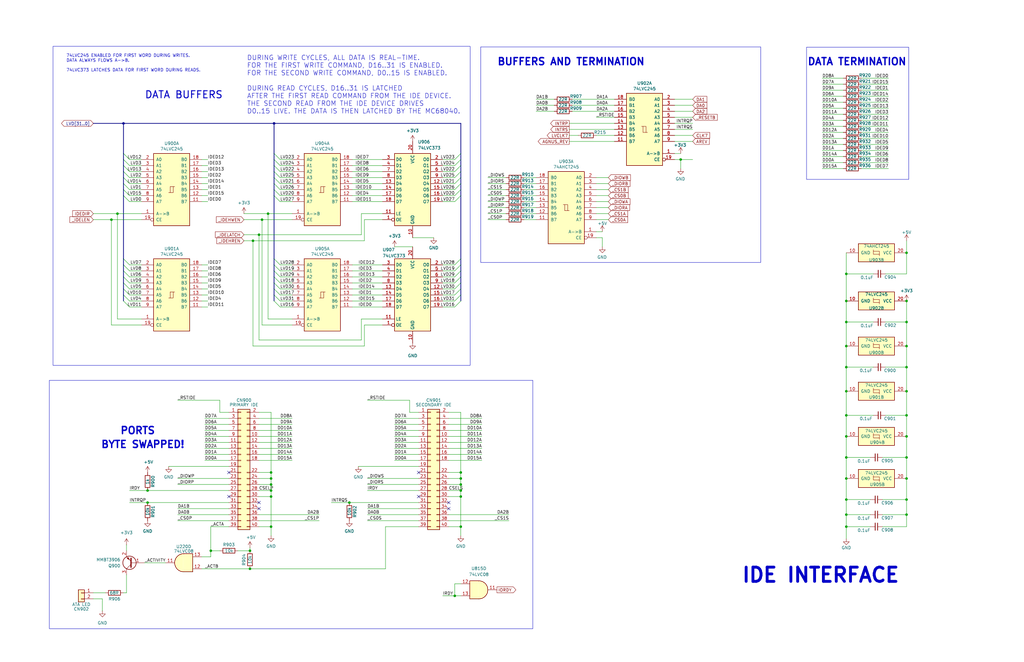
<source format=kicad_sch>
(kicad_sch (version 20231120) (generator "eeschema") (generator_version "8.0")
  (paper "B")
  (title_block (title "AMIGA PCI") (date "2025-01-10") (rev "5.0"))
  (junction (at 356.87 175.26))
  (junction (at 356.87 127))
  (junction (at 109.22 99.06))
  (junction (at 194.31 209.55))
  (junction (at 191.77 251.46))
  (junction (at 115.57 52.07))
  (junction (at 356.87 115.57))
  (junction (at 356.87 146.05))
  (junction (at 356.87 193.04))
  (junction (at 356.87 165.1))
  (junction (at 46.99 92.71))
  (junction (at 88.9 232.41))
  (junction (at 356.87 135.89))
  (junction (at 114.3 209.55))
  (junction (at 62.23 212.09))
  (junction (at 382.27 193.04))
  (junction (at 356.87 210.82))
  (junction (at 105.41 232.41))
  (junction (at 194.31 207.01))
  (junction (at 114.3 199.39))
  (junction (at 382.27 201.93))
  (junction (at 382.27 165.1))
  (junction (at 356.87 154.94))
  (junction (at 62.23 207.01))
  (junction (at 356.87 184.15))
  (junction (at 52.07 52.07))
  (junction (at 194.31 201.93))
  (junction (at 356.87 217.17))
  (junction (at 147.32 212.09))
  (junction (at 382.27 154.94))
  (junction (at 49.53 90.17))
  (junction (at 287.02 67.31))
  (junction (at 114.3 201.93))
  (junction (at 382.27 146.05))
  (junction (at 114.3 222.25))
  (junction (at 194.31 204.47))
  (junction (at 106.68 101.6))
  (junction (at 114.3 204.47))
  (junction (at 382.27 175.26))
  (junction (at 382.27 135.89))
  (junction (at 194.31 222.25))
  (junction (at 382.27 210.82))
  (junction (at 356.87 222.25))
  (junction (at 356.87 201.93))
  (junction (at 382.27 127))
  (junction (at 382.27 106.68))
  (junction (at 110.49 92.71))
  (junction (at 114.3 207.01))
  (junction (at 382.27 184.15))
  (junction (at 194.31 199.39))
  (junction (at 113.03 90.17))
  (junction (at 105.41 240.03))
  (junction (at 382.27 217.17))
  (no_connect (at 109.22 212.09))
  (no_connect (at 109.22 214.63))
  (no_connect (at 176.53 199.39))
  (no_connect (at 189.23 214.63))
  (no_connect (at 189.23 212.09))
  (no_connect (at 96.52 199.39))
  (no_connect (at 176.53 209.55))
  (no_connect (at 96.52 209.55))
  (bus_entry (at 194.31 121.92) (size -2.54 2.54))
  (bus_entry (at 194.31 114.3) (size -2.54 2.54))
  (bus_entry (at 115.57 80.01) (size 2.54 2.54))
  (bus_entry (at 194.31 119.38) (size -2.54 2.54))
  (bus_entry (at 194.31 64.77) (size -2.54 2.54))
  (bus_entry (at 52.07 127) (size 2.54 2.54))
  (bus_entry (at 115.57 124.46) (size 2.54 2.54))
  (bus_entry (at 194.31 116.84) (size -2.54 2.54))
  (bus_entry (at 115.57 82.55) (size 2.54 2.54))
  (bus_entry (at 52.07 72.39) (size 2.54 2.54))
  (bus_entry (at 52.07 114.3) (size 2.54 2.54))
  (bus_entry (at 52.07 121.92) (size 2.54 2.54))
  (bus_entry (at 52.07 119.38) (size 2.54 2.54))
  (bus_entry (at 194.31 67.31) (size -2.54 2.54))
  (bus_entry (at 115.57 127) (size 2.54 2.54))
  (bus_entry (at 115.57 116.84) (size 2.54 2.54))
  (bus_entry (at 52.07 77.47) (size 2.54 2.54))
  (bus_entry (at 194.31 74.93) (size -2.54 2.54))
  (bus_entry (at 115.57 121.92) (size 2.54 2.54))
  (bus_entry (at 52.07 111.76) (size 2.54 2.54))
  (bus_entry (at 194.31 109.22) (size -2.54 2.54))
  (bus_entry (at 52.07 64.77) (size 2.54 2.54))
  (bus_entry (at 115.57 119.38) (size 2.54 2.54))
  (bus_entry (at 194.31 72.39) (size -2.54 2.54))
  (bus_entry (at 115.57 72.39) (size 2.54 2.54))
  (bus_entry (at 115.57 64.77) (size 2.54 2.54))
  (bus_entry (at 194.31 69.85) (size -2.54 2.54))
  (bus_entry (at 115.57 77.47) (size 2.54 2.54))
  (bus_entry (at 115.57 69.85) (size 2.54 2.54))
  (bus_entry (at 115.57 74.93) (size 2.54 2.54))
  (bus_entry (at 115.57 114.3) (size 2.54 2.54))
  (bus_entry (at 194.31 77.47) (size -2.54 2.54))
  (bus_entry (at 52.07 109.22) (size 2.54 2.54))
  (bus_entry (at 194.31 127) (size -2.54 2.54))
  (bus_entry (at 194.31 124.46) (size -2.54 2.54))
  (bus_entry (at 52.07 116.84) (size 2.54 2.54))
  (bus_entry (at 52.07 67.31) (size 2.54 2.54))
  (bus_entry (at 52.07 74.93) (size 2.54 2.54))
  (bus_entry (at 52.07 80.01) (size 2.54 2.54))
  (bus_entry (at 115.57 67.31) (size 2.54 2.54))
  (bus_entry (at 194.31 82.55) (size -2.54 2.54))
  (bus_entry (at 194.31 111.76) (size -2.54 2.54))
  (bus_entry (at 52.07 82.55) (size 2.54 2.54))
  (bus_entry (at 194.31 80.01) (size -2.54 2.54))
  (bus_entry (at 52.07 124.46) (size 2.54 2.54))
  (bus_entry (at 115.57 109.22) (size 2.54 2.54))
  (bus_entry (at 115.57 111.76) (size 2.54 2.54))
  (bus_entry (at 52.07 69.85) (size 2.54 2.54))
  (wire (pts (xy 363.22 33.02) (xy 374.65 33.02)))
  (wire (pts (xy 251.46 49.53) (xy 259.08 49.53)))
  (wire (pts (xy 118.11 127) (xy 123.19 127)))
  (wire (pts (xy 54.61 74.93) (xy 59.69 74.93)))
  (wire (pts (xy 191.77 127) (xy 186.69 127)))
  (wire (pts (xy 241.3 46.99) (xy 259.08 46.99)))
  (wire (pts (xy 220.98 85.09) (xy 226.06 85.09)))
  (wire (pts (xy 86.36 189.23) (xy 96.52 189.23)))
  (wire (pts (xy 220.98 74.93) (xy 226.06 74.93)))
  (wire (pts (xy 189.23 191.77) (xy 203.2 191.77)))
  (wire (pts (xy 54.61 72.39) (xy 59.69 72.39)))
  (bus (pts (xy 52.07 52.07) (xy 39.37 52.07)))
  (wire (pts (xy 382.27 154.94) (xy 382.27 165.1)))
  (wire (pts (xy 54.61 119.38) (xy 59.69 119.38)))
  (wire (pts (xy 87.63 67.31) (xy 85.09 67.31)))
  (wire (pts (xy 191.77 69.85) (xy 186.69 69.85)))
  (wire (pts (xy 356.87 227.33) (xy 356.87 222.25)))
  (wire (pts (xy 118.11 69.85) (xy 123.19 69.85)))
  (wire (pts (xy 151.13 196.85) (xy 176.53 196.85)))
  (wire (pts (xy 87.63 72.39) (xy 85.09 72.39)))
  (bus (pts (xy 194.31 111.76) (xy 194.31 114.3)))
  (wire (pts (xy 240.03 52.07) (xy 259.08 52.07)))
  (wire (pts (xy 49.53 134.62) (xy 59.69 134.62)))
  (wire (pts (xy 382.27 115.57) (xy 373.38 115.57)))
  (wire (pts (xy 87.63 69.85) (xy 85.09 69.85)))
  (wire (pts (xy 363.22 38.1) (xy 374.65 38.1)))
  (wire (pts (xy 251.46 85.09) (xy 256.54 85.09)))
  (wire (pts (xy 86.36 176.53) (xy 96.52 176.53)))
  (wire (pts (xy 356.87 217.17) (xy 356.87 210.82)))
  (wire (pts (xy 226.06 46.99) (xy 233.68 46.99)))
  (bus (pts (xy 115.57 77.47) (xy 115.57 74.93)))
  (bus (pts (xy 194.31 114.3) (xy 194.31 116.84)))
  (wire (pts (xy 173.99 100.33) (xy 182.88 100.33)))
  (bus (pts (xy 115.57 124.46) (xy 115.57 127)))
  (wire (pts (xy 372.11 210.82) (xy 382.27 210.82)))
  (wire (pts (xy 241.3 44.45) (xy 259.08 44.45)))
  (bus (pts (xy 52.07 64.77) (xy 52.07 52.07)))
  (wire (pts (xy 87.63 116.84) (xy 85.09 116.84)))
  (bus (pts (xy 115.57 82.55) (xy 115.57 109.22)))
  (wire (pts (xy 74.93 219.71) (xy 96.52 219.71)))
  (wire (pts (xy 102.87 90.17) (xy 113.03 90.17)))
  (wire (pts (xy 356.87 201.93) (xy 356.87 210.82)))
  (wire (pts (xy 368.3 135.89) (xy 356.87 135.89)))
  (wire (pts (xy 346.71 35.56) (xy 355.6 35.56)))
  (bus (pts (xy 52.07 52.07) (xy 115.57 52.07)))
  (wire (pts (xy 118.11 74.93) (xy 123.19 74.93)))
  (bus (pts (xy 115.57 69.85) (xy 115.57 67.31)))
  (wire (pts (xy 284.48 54.61) (xy 292.1 54.61)))
  (wire (pts (xy 86.36 181.61) (xy 96.52 181.61)))
  (wire (pts (xy 363.22 40.64) (xy 374.65 40.64)))
  (wire (pts (xy 189.23 176.53) (xy 203.2 176.53)))
  (wire (pts (xy 191.77 85.09) (xy 186.69 85.09)))
  (wire (pts (xy 118.11 80.01) (xy 123.19 80.01)))
  (wire (pts (xy 205.74 77.47) (xy 213.36 77.47)))
  (wire (pts (xy 88.9 222.25) (xy 96.52 222.25)))
  (wire (pts (xy 118.11 124.46) (xy 123.19 124.46)))
  (wire (pts (xy 96.52 173.99) (xy 92.71 173.99)))
  (wire (pts (xy 191.77 246.38) (xy 191.77 251.46)))
  (wire (pts (xy 191.77 116.84) (xy 186.69 116.84)))
  (wire (pts (xy 166.37 184.15) (xy 176.53 184.15)))
  (wire (pts (xy 109.22 209.55) (xy 114.3 209.55)))
  (wire (pts (xy 382.27 146.05) (xy 382.27 154.94)))
  (wire (pts (xy 86.36 179.07) (xy 96.52 179.07)))
  (bus (pts (xy 115.57 114.3) (xy 115.57 116.84)))
  (wire (pts (xy 113.03 134.62) (xy 113.03 90.17)))
  (wire (pts (xy 148.59 119.38) (xy 161.29 119.38)))
  (bus (pts (xy 52.07 109.22) (xy 52.07 111.76)))
  (wire (pts (xy 109.22 201.93) (xy 114.3 201.93)))
  (wire (pts (xy 54.61 77.47) (xy 59.69 77.47)))
  (wire (pts (xy 39.37 252.73) (xy 43.18 252.73)))
  (wire (pts (xy 86.36 186.69) (xy 96.52 186.69)))
  (wire (pts (xy 114.3 209.55) (xy 114.3 222.25)))
  (wire (pts (xy 49.53 90.17) (xy 59.69 90.17)))
  (wire (pts (xy 109.22 184.15) (xy 123.19 184.15)))
  (wire (pts (xy 166.37 104.14) (xy 173.99 104.14)))
  (wire (pts (xy 152.4 99.06) (xy 109.22 99.06)))
  (wire (pts (xy 251.46 74.93) (xy 256.54 74.93)))
  (wire (pts (xy 54.61 114.3) (xy 59.69 114.3)))
  (wire (pts (xy 284.48 41.91) (xy 292.1 41.91)))
  (wire (pts (xy 148.59 129.54) (xy 161.29 129.54)))
  (wire (pts (xy 148.59 111.76) (xy 161.29 111.76)))
  (wire (pts (xy 71.12 196.85) (xy 96.52 196.85)))
  (wire (pts (xy 109.22 173.99) (xy 114.3 173.99)))
  (wire (pts (xy 356.87 106.68) (xy 356.87 115.57)))
  (wire (pts (xy 346.71 66.04) (xy 355.6 66.04)))
  (wire (pts (xy 118.11 67.31) (xy 123.19 67.31)))
  (bus (pts (xy 52.07 74.93) (xy 52.07 72.39)))
  (wire (pts (xy 382.27 101.6) (xy 382.27 106.68)))
  (wire (pts (xy 363.22 50.8) (xy 374.65 50.8)))
  (bus (pts (xy 52.07 69.85) (xy 52.07 67.31)))
  (wire (pts (xy 161.29 134.62) (xy 152.4 134.62)))
  (wire (pts (xy 166.37 194.31) (xy 176.53 194.31)))
  (wire (pts (xy 189.23 201.93) (xy 194.31 201.93)))
  (wire (pts (xy 161.29 137.16) (xy 153.67 137.16)))
  (wire (pts (xy 346.71 45.72) (xy 355.6 45.72)))
  (wire (pts (xy 189.23 179.07) (xy 203.2 179.07)))
  (wire (pts (xy 191.77 74.93) (xy 186.69 74.93)))
  (wire (pts (xy 74.93 204.47) (xy 96.52 204.47)))
  (wire (pts (xy 153.67 146.05) (xy 106.68 146.05)))
  (wire (pts (xy 86.36 184.15) (xy 96.52 184.15)))
  (wire (pts (xy 251.46 97.79) (xy 254 97.79)))
  (wire (pts (xy 59.69 137.16) (xy 46.99 137.16)))
  (bus (pts (xy 52.07 82.55) (xy 52.07 80.01)))
  (bus (pts (xy 194.31 119.38) (xy 194.31 121.92)))
  (wire (pts (xy 382.27 193.04) (xy 382.27 201.93)))
  (wire (pts (xy 106.68 101.6) (xy 153.67 101.6)))
  (wire (pts (xy 54.61 121.92) (xy 59.69 121.92)))
  (bus (pts (xy 115.57 67.31) (xy 115.57 64.77)))
  (wire (pts (xy 109.22 194.31) (xy 123.19 194.31)))
  (wire (pts (xy 85.09 240.03) (xy 105.41 240.03)))
  (bus (pts (xy 115.57 119.38) (xy 115.57 121.92)))
  (wire (pts (xy 109.22 99.06) (xy 102.87 99.06)))
  (bus (pts (xy 194.31 121.92) (xy 194.31 124.46)))
  (bus (pts (xy 194.31 82.55) (xy 194.31 109.22)))
  (wire (pts (xy 189.23 189.23) (xy 203.2 189.23)))
  (wire (pts (xy 118.11 114.3) (xy 123.19 114.3)))
  (wire (pts (xy 226.06 41.91) (xy 233.68 41.91)))
  (wire (pts (xy 100.33 232.41) (xy 105.41 232.41)))
  (wire (pts (xy 105.41 240.03) (xy 162.56 240.03)))
  (wire (pts (xy 191.77 111.76) (xy 186.69 111.76)))
  (wire (pts (xy 148.59 77.47) (xy 161.29 77.47)))
  (wire (pts (xy 205.74 82.55) (xy 213.36 82.55)))
  (wire (pts (xy 346.71 33.02) (xy 355.6 33.02)))
  (wire (pts (xy 166.37 186.69) (xy 176.53 186.69)))
  (wire (pts (xy 191.77 82.55) (xy 186.69 82.55)))
  (wire (pts (xy 240.03 57.15) (xy 243.84 57.15)))
  (wire (pts (xy 166.37 189.23) (xy 176.53 189.23)))
  (wire (pts (xy 153.67 137.16) (xy 153.67 146.05)))
  (wire (pts (xy 194.31 207.01) (xy 194.31 209.55)))
  (wire (pts (xy 109.22 181.61) (xy 123.19 181.61)))
  (wire (pts (xy 372.11 217.17) (xy 382.27 217.17)))
  (wire (pts (xy 356.87 146.05) (xy 356.87 154.94)))
  (wire (pts (xy 292.1 67.31) (xy 287.02 67.31)))
  (wire (pts (xy 148.59 85.09) (xy 161.29 85.09)))
  (wire (pts (xy 162.56 222.25) (xy 176.53 222.25)))
  (wire (pts (xy 166.37 181.61) (xy 176.53 181.61)))
  (wire (pts (xy 152.4 134.62) (xy 152.4 143.51)))
  (wire (pts (xy 118.11 119.38) (xy 123.19 119.38)))
  (wire (pts (xy 54.61 111.76) (xy 59.69 111.76)))
  (wire (pts (xy 60.96 237.49) (xy 69.85 237.49)))
  (wire (pts (xy 118.11 72.39) (xy 123.19 72.39)))
  (wire (pts (xy 87.63 111.76) (xy 85.09 111.76)))
  (wire (pts (xy 87.63 129.54) (xy 85.09 129.54)))
  (wire (pts (xy 191.77 124.46) (xy 186.69 124.46)))
  (wire (pts (xy 194.31 222.25) (xy 194.31 226.06)))
  (wire (pts (xy 43.18 252.73) (xy 43.18 257.81)))
  (wire (pts (xy 382.27 201.93) (xy 382.27 210.82)))
  (wire (pts (xy 205.74 85.09) (xy 213.36 85.09)))
  (wire (pts (xy 284.48 46.99) (xy 292.1 46.99)))
  (wire (pts (xy 54.61 207.01) (xy 62.23 207.01)))
  (wire (pts (xy 148.59 124.46) (xy 161.29 124.46)))
  (wire (pts (xy 363.22 71.12) (xy 374.65 71.12)))
  (bus (pts (xy 194.31 80.01) (xy 194.31 77.47)))
  (wire (pts (xy 284.48 44.45) (xy 292.1 44.45)))
  (wire (pts (xy 240.03 59.69) (xy 259.08 59.69)))
  (bus (pts (xy 52.07 114.3) (xy 52.07 116.84)))
  (wire (pts (xy 105.41 231.14) (xy 105.41 232.41)))
  (wire (pts (xy 54.61 116.84) (xy 59.69 116.84)))
  (wire (pts (xy 88.9 234.95) (xy 88.9 232.41)))
  (bus (pts (xy 52.07 124.46) (xy 52.07 127)))
  (wire (pts (xy 251.46 87.63) (xy 256.54 87.63)))
  (wire (pts (xy 74.93 214.63) (xy 96.52 214.63)))
  (bus (pts (xy 52.07 116.84) (xy 52.07 119.38)))
  (bus (pts (xy 194.31 109.22) (xy 194.31 111.76)))
  (wire (pts (xy 284.48 52.07) (xy 292.1 52.07)))
  (wire (pts (xy 382.27 184.15) (xy 382.27 193.04)))
  (wire (pts (xy 363.22 43.18) (xy 374.65 43.18)))
  (wire (pts (xy 153.67 101.6) (xy 153.67 92.71)))
  (wire (pts (xy 53.34 229.87) (xy 53.34 232.41)))
  (wire (pts (xy 382.27 106.68) (xy 382.27 115.57)))
  (wire (pts (xy 284.48 64.77) (xy 287.02 64.77)))
  (wire (pts (xy 346.71 53.34) (xy 355.6 53.34)))
  (wire (pts (xy 356.87 127) (xy 356.87 135.89)))
  (wire (pts (xy 54.61 127) (xy 59.69 127)))
  (wire (pts (xy 154.94 201.93) (xy 176.53 201.93)))
  (wire (pts (xy 74.93 201.93) (xy 96.52 201.93)))
  (wire (pts (xy 166.37 179.07) (xy 176.53 179.07)))
  (wire (pts (xy 194.31 246.38) (xy 191.77 246.38)))
  (wire (pts (xy 373.38 175.26) (xy 382.27 175.26)))
  (wire (pts (xy 346.71 40.64) (xy 355.6 40.64)))
  (wire (pts (xy 346.71 58.42) (xy 355.6 58.42)))
  (wire (pts (xy 191.77 114.3) (xy 186.69 114.3)))
  (wire (pts (xy 356.87 115.57) (xy 356.87 127)))
  (bus (pts (xy 115.57 80.01) (xy 115.57 77.47)))
  (wire (pts (xy 154.94 168.91) (xy 172.72 168.91)))
  (wire (pts (xy 152.4 143.51) (xy 109.22 143.51)))
  (bus (pts (xy 194.31 116.84) (xy 194.31 119.38)))
  (wire (pts (xy 367.03 210.82) (xy 356.87 210.82)))
  (wire (pts (xy 191.77 72.39) (xy 186.69 72.39)))
  (wire (pts (xy 205.74 90.17) (xy 213.36 90.17)))
  (bus (pts (xy 115.57 111.76) (xy 115.57 114.3)))
  (wire (pts (xy 189.23 184.15) (xy 203.2 184.15)))
  (wire (pts (xy 109.22 207.01) (xy 114.3 207.01)))
  (wire (pts (xy 346.71 60.96) (xy 355.6 60.96)))
  (wire (pts (xy 241.3 41.91) (xy 259.08 41.91)))
  (wire (pts (xy 363.22 53.34) (xy 374.65 53.34)))
  (wire (pts (xy 54.61 85.09) (xy 59.69 85.09)))
  (wire (pts (xy 52.07 250.19) (xy 53.34 250.19)))
  (wire (pts (xy 148.59 127) (xy 161.29 127)))
  (bus (pts (xy 194.31 82.55) (xy 194.31 80.01)))
  (wire (pts (xy 189.23 207.01) (xy 194.31 207.01)))
  (wire (pts (xy 62.23 212.09) (xy 96.52 212.09)))
  (bus (pts (xy 115.57 52.07) (xy 194.31 52.07)))
  (wire (pts (xy 87.63 82.55) (xy 85.09 82.55)))
  (wire (pts (xy 356.87 154.94) (xy 356.87 165.1)))
  (wire (pts (xy 189.23 186.69) (xy 203.2 186.69)))
  (wire (pts (xy 154.94 219.71) (xy 176.53 219.71)))
  (wire (pts (xy 114.3 201.93) (xy 114.3 204.47)))
  (wire (pts (xy 109.22 186.69) (xy 123.19 186.69)))
  (wire (pts (xy 87.63 80.01) (xy 85.09 80.01)))
  (wire (pts (xy 189.23 199.39) (xy 194.31 199.39)))
  (wire (pts (xy 205.74 92.71) (xy 213.36 92.71)))
  (wire (pts (xy 114.3 204.47) (xy 114.3 207.01)))
  (wire (pts (xy 152.4 90.17) (xy 152.4 99.06)))
  (wire (pts (xy 54.61 67.31) (xy 59.69 67.31)))
  (bus (pts (xy 115.57 64.77) (xy 115.57 52.07)))
  (wire (pts (xy 110.49 137.16) (xy 110.49 92.71)))
  (wire (pts (xy 363.22 55.88) (xy 374.65 55.88)))
  (bus (pts (xy 194.31 72.39) (xy 194.31 69.85)))
  (wire (pts (xy 87.63 127) (xy 85.09 127)))
  (wire (pts (xy 154.94 214.63) (xy 176.53 214.63)))
  (bus (pts (xy 194.31 74.93) (xy 194.31 72.39)))
  (wire (pts (xy 191.77 67.31) (xy 186.69 67.31)))
  (wire (pts (xy 346.71 55.88) (xy 355.6 55.88)))
  (wire (pts (xy 54.61 124.46) (xy 59.69 124.46)))
  (wire (pts (xy 382.27 127) (xy 382.27 135.89)))
  (wire (pts (xy 92.71 173.99) (xy 92.71 168.91)))
  (wire (pts (xy 346.71 63.5) (xy 355.6 63.5)))
  (wire (pts (xy 284.48 57.15) (xy 292.1 57.15)))
  (wire (pts (xy 346.71 71.12) (xy 355.6 71.12)))
  (wire (pts (xy 189.23 209.55) (xy 194.31 209.55)))
  (wire (pts (xy 114.3 207.01) (xy 114.3 209.55)))
  (wire (pts (xy 118.11 121.92) (xy 123.19 121.92)))
  (wire (pts (xy 53.34 250.19) (xy 53.34 242.57)))
  (wire (pts (xy 284.48 59.69) (xy 292.1 59.69)))
  (wire (pts (xy 39.37 92.71) (xy 46.99 92.71)))
  (wire (pts (xy 346.71 38.1) (xy 355.6 38.1)))
  (wire (pts (xy 46.99 137.16) (xy 46.99 92.71)))
  (bus (pts (xy 194.31 77.47) (xy 194.31 74.93)))
  (bus (pts (xy 194.31 67.31) (xy 194.31 64.77)))
  (wire (pts (xy 363.22 68.58) (xy 374.65 68.58)))
  (wire (pts (xy 346.71 68.58) (xy 355.6 68.58)))
  (wire (pts (xy 194.31 199.39) (xy 194.31 201.93)))
  (wire (pts (xy 382.27 217.17) (xy 382.27 222.25)))
  (wire (pts (xy 139.7 212.09) (xy 147.32 212.09)))
  (bus (pts (xy 52.07 72.39) (xy 52.07 69.85)))
  (wire (pts (xy 363.22 35.56) (xy 374.65 35.56)))
  (wire (pts (xy 148.59 67.31) (xy 161.29 67.31)))
  (bus (pts (xy 52.07 111.76) (xy 52.07 114.3)))
  (bus (pts (xy 52.07 82.55) (xy 52.07 109.22)))
  (wire (pts (xy 114.3 173.99) (xy 114.3 199.39)))
  (wire (pts (xy 85.09 234.95) (xy 88.9 234.95)))
  (wire (pts (xy 109.22 222.25) (xy 114.3 222.25)))
  (wire (pts (xy 382.27 175.26) (xy 382.27 184.15)))
  (wire (pts (xy 109.22 176.53) (xy 123.19 176.53)))
  (wire (pts (xy 62.23 207.01) (xy 96.52 207.01)))
  (wire (pts (xy 87.63 85.09) (xy 85.09 85.09)))
  (wire (pts (xy 113.03 90.17) (xy 123.19 90.17)))
  (wire (pts (xy 191.77 77.47) (xy 186.69 77.47)))
  (wire (pts (xy 226.06 44.45) (xy 233.68 44.45)))
  (wire (pts (xy 363.22 66.04) (xy 374.65 66.04)))
  (wire (pts (xy 109.22 204.47) (xy 114.3 204.47)))
  (wire (pts (xy 87.63 124.46) (xy 85.09 124.46)))
  (wire (pts (xy 220.98 77.47) (xy 226.06 77.47)))
  (wire (pts (xy 363.22 60.96) (xy 374.65 60.96)))
  (bus (pts (xy 52.07 77.47) (xy 52.07 74.93)))
  (wire (pts (xy 114.3 222.25) (xy 114.3 226.06)))
  (wire (pts (xy 118.11 111.76) (xy 123.19 111.76)))
  (wire (pts (xy 382.27 135.89) (xy 373.38 135.89)))
  (wire (pts (xy 118.11 77.47) (xy 123.19 77.47)))
  (wire (pts (xy 54.61 69.85) (xy 59.69 69.85)))
  (wire (pts (xy 220.98 92.71) (xy 226.06 92.71)))
  (wire (pts (xy 373.38 154.94) (xy 382.27 154.94)))
  (wire (pts (xy 148.59 80.01) (xy 161.29 80.01)))
  (wire (pts (xy 220.98 87.63) (xy 226.06 87.63)))
  (wire (pts (xy 109.22 179.07) (xy 123.19 179.07)))
  (wire (pts (xy 368.3 154.94) (xy 356.87 154.94)))
  (bus (pts (xy 194.31 124.46) (xy 194.31 127)))
  (wire (pts (xy 118.11 129.54) (xy 123.19 129.54)))
  (wire (pts (xy 367.03 222.25) (xy 356.87 222.25)))
  (wire (pts (xy 220.98 82.55) (xy 226.06 82.55)))
  (wire (pts (xy 191.77 251.46) (xy 194.31 251.46)))
  (wire (pts (xy 191.77 80.01) (xy 186.69 80.01)))
  (wire (pts (xy 87.63 114.3) (xy 85.09 114.3)))
  (bus (pts (xy 52.07 67.31) (xy 52.07 64.77)))
  (wire (pts (xy 220.98 80.01) (xy 226.06 80.01)))
  (wire (pts (xy 205.74 87.63) (xy 213.36 87.63)))
  (wire (pts (xy 220.98 90.17) (xy 226.06 90.17)))
  (wire (pts (xy 205.74 80.01) (xy 213.36 80.01)))
  (wire (pts (xy 287.02 67.31) (xy 284.48 67.31)))
  (bus (pts (xy 115.57 121.92) (xy 115.57 124.46)))
  (bus (pts (xy 115.57 82.55) (xy 115.57 80.01)))
  (wire (pts (xy 46.99 92.71) (xy 59.69 92.71)))
  (wire (pts (xy 87.63 119.38) (xy 85.09 119.38)))
  (wire (pts (xy 109.22 143.51) (xy 109.22 99.06)))
  (wire (pts (xy 189.23 204.47) (xy 194.31 204.47)))
  (wire (pts (xy 154.94 217.17) (xy 176.53 217.17)))
  (wire (pts (xy 162.56 240.03) (xy 162.56 222.25)))
  (wire (pts (xy 110.49 92.71) (xy 123.19 92.71)))
  (wire (pts (xy 189.23 173.99) (xy 194.31 173.99)))
  (bus (pts (xy 52.07 80.01) (xy 52.07 77.47)))
  (wire (pts (xy 382.27 135.89) (xy 382.27 146.05)))
  (wire (pts (xy 251.46 90.17) (xy 256.54 90.17)))
  (wire (pts (xy 189.23 181.61) (xy 203.2 181.61)))
  (bus (pts (xy 52.07 119.38) (xy 52.07 121.92)))
  (wire (pts (xy 191.77 119.38) (xy 186.69 119.38)))
  (wire (pts (xy 363.22 45.72) (xy 374.65 45.72)))
  (wire (pts (xy 147.32 212.09) (xy 176.53 212.09)))
  (wire (pts (xy 356.87 222.25) (xy 356.87 217.17)))
  (wire (pts (xy 194.31 204.47) (xy 194.31 207.01)))
  (wire (pts (xy 123.19 137.16) (xy 110.49 137.16)))
  (bus (pts (xy 115.57 72.39) (xy 115.57 69.85)))
  (wire (pts (xy 87.63 77.47) (xy 85.09 77.47)))
  (wire (pts (xy 363.22 58.42) (xy 374.65 58.42)))
  (wire (pts (xy 356.87 175.26) (xy 356.87 184.15)))
  (wire (pts (xy 382.27 210.82) (xy 382.27 217.17)))
  (wire (pts (xy 109.22 217.17) (xy 134.62 217.17)))
  (wire (pts (xy 240.03 54.61) (xy 259.08 54.61)))
  (wire (pts (xy 166.37 176.53) (xy 176.53 176.53)))
  (wire (pts (xy 194.31 173.99) (xy 194.31 199.39)))
  (wire (pts (xy 356.87 135.89) (xy 356.87 146.05)))
  (wire (pts (xy 251.46 77.47) (xy 256.54 77.47)))
  (wire (pts (xy 356.87 184.15) (xy 356.87 193.04)))
  (wire (pts (xy 189.23 222.25) (xy 194.31 222.25)))
  (wire (pts (xy 113.03 134.62) (xy 123.19 134.62)))
  (wire (pts (xy 189.23 217.17) (xy 214.63 217.17)))
  (wire (pts (xy 109.22 191.77) (xy 123.19 191.77)))
  (wire (pts (xy 172.72 173.99) (xy 172.72 168.91)))
  (wire (pts (xy 106.68 146.05) (xy 106.68 101.6)))
  (wire (pts (xy 367.03 217.17) (xy 356.87 217.17)))
  (wire (pts (xy 86.36 191.77) (xy 96.52 191.77)))
  (wire (pts (xy 109.22 199.39) (xy 114.3 199.39)))
  (wire (pts (xy 194.31 209.55) (xy 194.31 222.25)))
  (wire (pts (xy 166.37 191.77) (xy 176.53 191.77)))
  (wire (pts (xy 86.36 194.31) (xy 96.52 194.31)))
  (wire (pts (xy 194.31 201.93) (xy 194.31 204.47)))
  (wire (pts (xy 87.63 121.92) (xy 85.09 121.92)))
  (wire (pts (xy 39.37 250.19) (xy 44.45 250.19)))
  (wire (pts (xy 372.11 193.04) (xy 382.27 193.04)))
  (wire (pts (xy 251.46 92.71) (xy 256.54 92.71)))
  (wire (pts (xy 363.22 48.26) (xy 374.65 48.26)))
  (wire (pts (xy 186.69 251.46) (xy 191.77 251.46)))
  (wire (pts (xy 118.11 116.84) (xy 123.19 116.84)))
  (wire (pts (xy 109.22 189.23) (xy 123.19 189.23)))
  (wire (pts (xy 205.74 74.93) (xy 213.36 74.93)))
  (wire (pts (xy 356.87 165.1) (xy 356.87 175.26)))
  (wire (pts (xy 346.71 50.8) (xy 355.6 50.8)))
  (wire (pts (xy 382.27 165.1) (xy 382.27 175.26)))
  (wire (pts (xy 189.23 194.31) (xy 203.2 194.31)))
  (wire (pts (xy 118.11 85.09) (xy 123.19 85.09)))
  (wire (pts (xy 189.23 219.71) (xy 214.63 219.71)))
  (wire (pts (xy 148.59 82.55) (xy 161.29 82.55)))
  (wire (pts (xy 88.9 232.41) (xy 88.9 222.25)))
  (wire (pts (xy 148.59 72.39) (xy 161.29 72.39)))
  (bus (pts (xy 115.57 109.22) (xy 115.57 111.76)))
  (wire (pts (xy 154.94 204.47) (xy 176.53 204.47)))
  (wire (pts (xy 54.61 129.54) (xy 59.69 129.54)))
  (wire (pts (xy 148.59 114.3) (xy 161.29 114.3)))
  (wire (pts (xy 102.87 92.71) (xy 110.49 92.71)))
  (wire (pts (xy 363.22 63.5) (xy 374.65 63.5)))
  (wire (pts (xy 372.11 222.25) (xy 382.27 222.25)))
  (wire (pts (xy 88.9 232.41) (xy 92.71 232.41)))
  (wire (pts (xy 367.03 193.04) (xy 356.87 193.04)))
  (wire (pts (xy 153.67 92.71) (xy 161.29 92.71)))
  (wire (pts (xy 54.61 212.09) (xy 62.23 212.09)))
  (bus (pts (xy 52.07 121.92) (xy 52.07 124.46)))
  (bus (pts (xy 115.57 74.93) (xy 115.57 72.39)))
  (wire (pts (xy 287.02 67.31) (xy 287.02 71.12)))
  (wire (pts (xy 154.94 207.01) (xy 176.53 207.01)))
  (wire (pts (xy 368.3 175.26) (xy 356.87 175.26)))
  (wire (pts (xy 161.29 90.17) (xy 152.4 90.17)))
  (wire (pts (xy 148.59 74.93) (xy 161.29 74.93)))
  (wire (pts (xy 346.71 48.26) (xy 355.6 48.26)))
  (wire (pts (xy 148.59 121.92) (xy 161.29 121.92)))
  (wire (pts (xy 109.22 219.71) (xy 134.62 219.71)))
  (wire (pts (xy 254 100.33) (xy 251.46 100.33)))
  (wire (pts (xy 346.71 43.18) (xy 355.6 43.18)))
  (wire (pts (xy 356.87 193.04) (xy 356.87 201.93)))
  (bus (pts (xy 194.31 69.85) (xy 194.31 67.31)))
  (wire (pts (xy 284.48 49.53) (xy 292.1 49.53)))
  (wire (pts (xy 148.59 69.85) (xy 161.29 69.85)))
  (wire (pts (xy 39.37 90.17) (xy 49.53 90.17)))
  (wire (pts (xy 54.61 82.55) (xy 59.69 82.55)))
  (wire (pts (xy 191.77 121.92) (xy 186.69 121.92)))
  (wire (pts (xy 118.11 82.55) (xy 123.19 82.55)))
  (bus (pts (xy 115.57 116.84) (xy 115.57 119.38)))
  (wire (pts (xy 114.3 199.39) (xy 114.3 201.93)))
  (wire (pts (xy 74.93 168.91) (xy 92.71 168.91)))
  (wire (pts (xy 251.46 82.55) (xy 256.54 82.55)))
  (wire (pts (xy 254 100.33) (xy 254 104.14)))
  (wire (pts (xy 176.53 173.99) (xy 172.72 173.99)))
  (wire (pts (xy 54.61 80.01) (xy 59.69 80.01)))
  (wire (pts (xy 74.93 217.17) (xy 96.52 217.17)))
  (wire (pts (xy 49.53 134.62) (xy 49.53 90.17)))
  (wire (pts (xy 251.46 80.01) (xy 256.54 80.01)))
  (wire (pts (xy 191.77 129.54) (xy 186.69 129.54)))
  (wire (pts (xy 102.87 101.6) (xy 106.68 101.6)))
  (wire (pts (xy 251.46 57.15) (xy 259.08 57.15)))
  (wire (pts (xy 148.59 116.84) (xy 161.29 116.84)))
  (bus (pts (xy 194.31 64.77) (xy 194.31 52.07)))
  (wire (pts (xy 368.3 115.57) (xy 356.87 115.57)))
  (wire (pts (xy 87.63 74.93) (xy 85.09 74.93)))
  (rectangle (start 340.1 19.939) (end 383.2 75.7))
  (rectangle (start 202.692 19.812) (end 320.802 110.744))
  (rectangle (start 20.817 160.5) (end 224.7 265.296))
  (rectangle (start 22.352 19.558) (end 198.247 154.178))
  (text "PORTS" (at 50.546 183.642 0) (effects (font (size 3 3) (bold yes)) (justify left bottom)))
  (text "BUFFERS AND TERMINATION" (at 209.55 27.94 0) (effects (font (size 3 3) (bold yes)) (justify left bottom)))
  (text "DATA TERMINATION" (at 340.36 27.94 0) (effects (font (size 3 3) (thickness 0.6) (bold yes)) (justify left bottom)))
  (text "DATA BUFFERS" (at 60.96 41.91 0) (effects (font (size 3 3) (thickness 0.4) (bold yes)) (justify left bottom)))
  (text "74LVC245 ENABLED FOR FIRST WORD DURING WRITES.\nDATA ALWAYS FLOWS A->B.\n\n74LVC373 LATCHES DATA FOR FIRST WORD DURING READS." (at 27.94 30.48 0) (effects (font (size 1.27 1.27)) (justify left bottom)))
  (text "IDE INTERFACE" (at 312.42 246.38 0) (effects (font (size 6 6) (thickness 1.2) (bold yes)) (justify left bottom)))
  (text "BYTE SWAPPED!" (at 42.418 189.484 0) (effects (font (size 3 3) (thickness 0.6) (bold yes)) (justify left bottom)))
  (text "DURING WRITE CYCLES, ALL DATA IS REAL-TIME. \nFOR THE FIRST WRITE COMMAND, D16..31 IS ENABLED.\nFOR THE SECOND WRITE COMMAND, D0..15 IS ENABLED.\n\nDURING READ CYCLES, D16..31 IS LATCHED \nAFTER THE FIRST READ COMMAND FROM THE IDE DEVICE.\nTHE SECOND READ FROM THE IDE DEVICE DRIVES\nD0..15 LIVE. THE DATA IS THEN LATCHED BY THE MC68040." (at 104.14 48.26 0) (effects (font (size 2 2)) (justify left bottom)))
  (label "DD8A" (at 346.71 33.02 0))
  (label "DD12A" (at 203.2 186.69 180))
  (label "IRDY" (at 186.69 251.46 0))
  (label "_CS0S" (at 154.94 219.71 0))
  (label "LVD17" (at 118.11 124.46 0))
  (label "LVD20" (at 191.77 82.55 180))
  (label "IDED8" (at 87.63 114.3 0))
  (label "DD5A" (at 86.36 181.61 0))
  (label "IDED10" (at 149.86 80.01 0))
  (label "DD0A" (at 86.36 194.31 0))
  (label "LVD14" (at 59.69 77.47 180))
  (label "DD1A" (at 166.37 191.77 0))
  (label "LVD13" (at 59.69 72.39 180))
  (label "IDED9" (at 149.86 74.93 0))
  (label "DD13A" (at 203.2 189.23 180))
  (label "DD6A" (at 166.37 179.07 0))
  (label "LVD11" (at 59.69 129.54 180))
  (label "IDED1" (at 151.13 124.46 0))
  (label "DA1B" (at 74.93 214.63 0))
  (label "DD3A" (at 86.36 186.69 0))
  (label "DD3A" (at 166.37 186.69 0))
  (label "IDED4" (at 149.86 82.55 0))
  (label "LVD19" (at 191.77 114.3 180))
  (label "INTRQS" (at 292.1 54.61 180))
  (label "DD6A" (at 346.71 40.64 0))
  (label "DD1A" (at 86.36 191.77 0))
  (label "LVD26" (at 191.77 80.01 180))
  (label "IDED13" (at 374.65 45.72 180))
  (label "LVD28" (at 118.11 111.76 0))
  (label "_DIOWP" (at 205.74 85.09 0))
  (label "DD2A" (at 166.37 189.23 0))
  (label "IDED13" (at 87.63 72.39 0))
  (label "LVD7" (at 59.69 111.76 180))
  (label "IDED0" (at 151.13 129.54 0))
  (label "_DIORS" (at 205.74 77.47 0))
  (label "DD15A" (at 203.2 194.31 180))
  (label "DD6A" (at 86.36 179.07 0))
  (label "IDED14" (at 151.13 121.92 0))
  (label "_DIORP" (at 205.74 87.63 0))
  (label "LVD21" (at 118.11 77.47 0))
  (label "IDED12" (at 374.65 50.8 180))
  (label "IDED4" (at 374.65 55.88 180))
  (label "DD9A" (at 203.2 179.07 180))
  (label "DD0A" (at 346.71 68.58 0))
  (label "_ACTB" (at 86.36 240.03 0))
  (label "IDED8" (at 374.65 68.58 180))
  (label "LVD26" (at 118.11 80.01 0))
  (label "LVD16" (at 118.11 129.54 0))
  (label "LVD2" (at 59.69 74.93 180))
  (label "DA2A" (at 251.46 46.99 0))
  (label "_RSTIDE" (at 251.46 49.53 0))
  (label "LVD20" (at 118.11 82.55 0))
  (label "LVD24" (at 191.77 69.85 180))
  (label "DD4A" (at 346.71 50.8 0))
  (label "LVD8" (at 59.69 114.3 180))
  (label "IDED6" (at 87.63 116.84 0))
  (label "IDED14" (at 87.63 77.47 0))
  (label "DD9A" (at 123.19 179.07 180))
  (label "LVD22" (at 191.77 72.39 180))
  (label "LVD3" (at 59.69 69.85 180))
  (label "LVD0" (at 59.69 85.09 180))
  (label "DD7A" (at 346.71 35.56 0))
  (label "LVD29" (at 191.77 116.84 180))
  (label "LVD23" (at 191.77 67.31 180))
  (label "IDED10" (at 87.63 124.46 0))
  (label "LVD9" (at 59.69 119.38 180))
  (label "DD5A" (at 166.37 181.61 0))
  (label "IDED6" (at 149.86 72.39 0))
  (label "DA1B" (at 154.94 214.63 0))
  (label "DD11A" (at 123.19 184.15 180))
  (label "LVD23" (at 118.11 67.31 0))
  (label "_DIOWS" (at 154.94 201.93 0))
  (label "IDED7" (at 374.65 71.12 180))
  (label "IDED3" (at 151.13 114.3 0))
  (label "LVD22" (at 118.11 72.39 0))
  (label "IRDY" (at 54.61 207.01 0))
  (label "_CS1P" (at 134.62 219.71 180))
  (label "_DIOWS" (at 205.74 74.93 0))
  (label "IDED8" (at 149.86 69.85 0))
  (label "_CS1P" (at 205.74 90.17 0))
  (label "INTRQP" (at 54.61 212.09 0))
  (label "IDED15" (at 374.65 35.56 180))
  (label "IDED15" (at 87.63 82.55 0))
  (label "IDED1" (at 374.65 38.1 180))
  (label "IDED6" (at 374.65 66.04 180))
  (label "LVD31" (at 191.77 127 180))
  (label "_CS0P" (at 74.93 219.71 0))
  (label "DD10A" (at 123.19 181.61 180))
  (label "IDED0" (at 374.65 33.02 180))
  (label "IDED3" (at 87.63 69.85 0))
  (label "CSELP" (at 109.22 207.01 0))
  (label "LVD6" (at 59.69 116.84 180))
  (label "IDED5" (at 374.65 60.96 180))
  (label "DD0A" (at 166.37 194.31 0))
  (label "DD15A" (at 123.19 194.31 180))
  (label "LVD30" (at 118.11 121.92 0))
  (label "IDED11" (at 149.86 85.09 0))
  (label "LVD24" (at 118.11 69.85 0))
  (label "LVD25" (at 191.77 74.93 180))
  (label "DD10A" (at 346.71 43.18 0))
  (label "_ACTA" (at 88.9 222.25 0))
  (label "LVD30" (at 191.77 121.92 180))
  (label "DD8A" (at 203.2 176.53 180))
  (label "IDED15" (at 151.13 127 0))
  (label "IDED11" (at 87.63 129.54 0))
  (label "LVD27" (at 191.77 85.09 180))
  (label "LVD17" (at 191.77 124.46 180))
  (label "LVD10" (at 59.69 124.46 180))
  (label "IDED0" (at 87.63 85.09 0))
  (label "DA0A" (at 251.46 44.45 0))
  (label "IDED13" (at 151.13 116.84 0))
  (label "DA2B" (at 214.63 217.17 180))
  (label "LVD15" (at 59.69 82.55 180))
  (label "LVD21" (at 191.77 77.47 180))
  (label "_ACTIVITY" (at 69.85 237.49 180))
  (label "DD8A" (at 123.19 176.53 180))
  (label "LVD27" (at 118.11 85.09 0))
  (label "IDED7" (at 149.86 67.31 0))
  (label "IDED10" (at 374.65 58.42 180))
  (label "IDED1" (at 87.63 80.01 0))
  (label "LVD19" (at 118.11 114.3 0))
  (label "DD15A" (at 346.71 71.12 0))
  (label "DD2A" (at 346.71 58.42 0))
  (label "_CS0S" (at 205.74 82.55 0))
  (label "IDED14" (at 374.65 40.64 180))
  (label "IDED12" (at 87.63 67.31 0))
  (label "_CS1S" (at 214.63 219.71 180))
  (label "_RSTIDE" (at 74.93 168.91 0))
  (label "DA2B" (at 226.06 46.99 0))
  (label "_DIORS" (at 154.94 204.47 0))
  (label "DD14A" (at 123.19 191.77 180))
  (label "LVD28" (at 191.77 111.76 180))
  (label "DD7A" (at 86.36 176.53 0))
  (label "DD9A" (at 346.71 38.1 0))
  (label "LVD12" (at 59.69 67.31 180))
  (label "IDED3" (at 374.65 48.26 180))
  (label "LVD25" (at 118.11 74.93 0))
  (label "DD4A" (at 86.36 184.15 0))
  (label "DD11A" (at 346.71 48.26 0))
  (label "INTRQP" (at 292.1 52.07 180))
  (label "CSELS" (at 189.23 207.01 0))
  (label "IDED9" (at 374.65 63.5 180))
  (label "DD11A" (at 203.2 184.15 180))
  (label "DD4A" (at 166.37 184.15 0))
  (label "LVD16" (at 191.77 129.54 180))
  (label "LVD18" (at 191.77 119.38 180))
  (label "_DIORP" (at 74.93 204.47 0))
  (label "IRDY" (at 154.94 207.01 0))
  (label "IDED11" (at 374.65 53.34 180))
  (label "DA0B" (at 154.94 217.17 0))
  (label "DD7A" (at 166.37 176.53 0))
  (label "DD13A" (at 123.19 189.23 180))
  (label "DD3A" (at 346.71 53.34 0))
  (label "IDED12" (at 151.13 111.76 0))
  (label "_CS1S" (at 205.74 80.01 0))
  (label "DA2B" (at 134.62 217.17 180))
  (label "DD2A" (at 86.36 189.23 0))
  (label "IDED2" (at 374.65 43.18 180))
  (label "IDED7" (at 87.63 111.76 0))
  (label "DA1B" (at 226.06 41.91 0))
  (label "DA0B" (at 74.93 217.17 0))
  (label "_RSTIDE" (at 154.94 168.91 0))
  (label "_CS0P" (at 205.74 92.71 0))
  (label "LVD18" (at 118.11 119.38 0))
  (label "LVD31" (at 118.11 127 0))
  (label "_DIOWP" (at 74.93 201.93 0))
  (label "DD1A" (at 346.71 63.5 0))
  (label "DD12A" (at 123.19 186.69 180))
  (label "IDED5" (at 149.86 77.47 0))
  (label "LVD4" (at 59.69 127 180))
  (label "DD13A" (at 346.71 60.96 0))
  (label "INTRQS" (at 139.7 212.09 0))
  (label "DA0B" (at 226.06 44.45 0))
  (label "IDED5" (at 87.63 121.92 0))
  (label "DD14A" (at 346.71 66.04 0))
  (label "LVD1" (at 59.69 80.01 180))
  (label "IDED9" (at 87.63 119.38 0))
  (label "LVD5" (at 59.69 121.92 180))
  (label "DD10A" (at 203.2 181.61 180))
  (label "DD14A" (at 203.2 191.77 180))
  (label "IDED2" (at 87.63 74.93 0))
  (label "LVD29" (at 118.11 116.84 0))
  (label "DD5A" (at 346.71 45.72 0))
  (label "DA1A" (at 251.46 41.91 0))
  (label "IDED2" (at 151.13 119.38 0))
  (label "DD12A" (at 346.71 55.88 0))
  (label "IDED4" (at 87.63 127 0))
  (global_label "_CS1B" (shape input) (at 256.54 80.01 0) (property "Intersheetrefs" "${INTERSHEET_REFS}" (at 265.3724 80.01 0) (effects (justify left))))
  (global_label "LVCLK7" (shape output) (at 240.03 57.15 180) (property "Intersheetrefs" "${INTERSHEET_REFS}" (at 230.1505 57.15 0) (effects (justify right))))
  (global_label "_DIOWB" (shape input) (at 256.54 74.93 0) (property "Intersheetrefs" "${INTERSHEET_REFS}" (at 266.3401 74.93 0) (effects (justify left))))
  (global_label "_CS0B" (shape input) (at 256.54 82.55 0) (property "Intersheetrefs" "${INTERSHEET_REFS}" (at 265.3724 82.55 0) (effects (justify left))))
  (global_label "DA1" (shape input) (at 292.1 41.91 0) (property "Intersheetrefs" "${INTERSHEET_REFS}" (at 298.6533 41.91 0) (effects (justify left))))
  (global_label "_IDELEN" (shape input) (at 39.37 92.71 180) (property "Intersheetrefs" "${INTERSHEET_REFS}" (at 28.9652 92.71 0) (effects (justify right))))
  (global_label "AREV" (shape input) (at 292.1 59.69 0) (property "Intersheetrefs" "${INTERSHEET_REFS}" (at 299.6814 59.69 0) (effects (justify left))))
  (global_label "AGNUS_REV" (shape output) (at 240.03 59.69 180) (property "Intersheetrefs" "${INTERSHEET_REFS}" (at 226.3405 59.69 0) (effects (justify right))))
  (global_label "_DIOWA" (shape input) (at 256.54 85.09 0) (property "Intersheetrefs" "${INTERSHEET_REFS}" (at 266.1587 85.09 0) (effects (justify left))))
  (global_label "DA2" (shape input) (at 292.1 46.99 0) (property "Intersheetrefs" "${INTERSHEET_REFS}" (at 298.6533 46.99 0) (effects (justify left))))
  (global_label "_CS0A" (shape input) (at 256.54 92.71 0) (property "Intersheetrefs" "${INTERSHEET_REFS}" (at 265.191 92.71 0) (effects (justify left))))
  (global_label "IORDY" (shape output) (at 209.55 248.92 0) (property "Intersheetrefs" "${INTERSHEET_REFS}" (at 217.438 248.8406 0) (effects (justify left))))
  (global_label "IDEDIR" (shape input) (at 39.37 90.17 180) (effects (font (size 1.2954 1.2954))) (property "Intersheetrefs" "${INTERSHEET_REFS}" (at 31.3436 90.1192 0) (effects (justify right))))
  (global_label "_IDEHWEN" (shape input) (at 102.87 92.71 180) (property "Intersheetrefs" "${INTERSHEET_REFS}" (at 90.632 92.71 0) (effects (justify right))))
  (global_label "LVD[31..0]" (shape bidirectional) (at 39.37 52.07 180) (property "Intersheetrefs" "${INTERSHEET_REFS}" (at 42.545 54.991 0) (effects (justify right))))
  (global_label "_DIORB" (shape input) (at 256.54 77.47 0) (property "Intersheetrefs" "${INTERSHEET_REFS}" (at 266.1587 77.47 0) (effects (justify left))))
  (global_label "_CS1A" (shape input) (at 256.54 90.17 0) (property "Intersheetrefs" "${INTERSHEET_REFS}" (at 265.191 90.17 0) (effects (justify left))))
  (global_label "INTRP" (shape output) (at 240.03 52.07 180) (property "Intersheetrefs" "${INTERSHEET_REFS}" (at 231.6019 52.07 0) (effects (justify right))))
  (global_label "_IDEHREN" (shape input) (at 102.87 101.6 180) (property "Intersheetrefs" "${INTERSHEET_REFS}" (at 90.8134 101.6 0) (effects (justify right))))
  (global_label "_IDELATCH" (shape input) (at 102.87 99.06 180) (property "Intersheetrefs" "${INTERSHEET_REFS}" (at 90.288 99.06 0) (effects (justify right))))
  (global_label "INTRS" (shape output) (at 240.03 54.61 180) (property "Intersheetrefs" "${INTERSHEET_REFS}" (at 231.6624 54.61 0) (effects (justify right))))
  (global_label "_RESETB" (shape input) (at 292.1 49.53 0) (property "Intersheetrefs" "${INTERSHEET_REFS}" (at 303.0679 49.53 0) (effects (justify left))))
  (global_label "CLK7" (shape input) (at 292.1 57.15 0) (property "Intersheetrefs" "${INTERSHEET_REFS}" (at 299.8628 57.15 0) (effects (justify left))))
  (global_label "DA0" (shape input) (at 292.1 44.45 0) (property "Intersheetrefs" "${INTERSHEET_REFS}" (at 298.6533 44.45 0) (effects (justify left))))
  (global_label "_DIORA" (shape input) (at 256.54 87.63 0) (property "Intersheetrefs" "${INTERSHEET_REFS}" (at 265.9773 87.63 0) (effects (justify left))))
  (symbol (lib_id "Device:R") (at 237.49 46.99 270) (unit 1)
    (property "Reference" "R909" (at 240.284 45.72 90) (effects (justify left)))
    (property "Value" "22R" (at 235.458 46.99 90) (effects (justify left)))
    (property "Footprint" "Resistor_SMD:R_0603_1608Metric" (effects (hide yes)))
  )
  (symbol (lib_id "Device:C_Small") (at 369.57 217.17 270) (unit 1)
    (property "Reference" "C907" (at 371.602 218.567 90) (effects (justify left)))
    (property "Value" "0.1uF" (at 361.569 218.694 90) (effects (justify left)))
    (property "Footprint" "Capacitor_SMD:C_0603_1608Metric" (effects (hide yes)))
  )
  (symbol (lib_id "AmigaPCI-Symbols:Conn_02x20_IDE") (at 101.6 196.85 0) (unit 1)
    (property "Reference" "CN900" (at 102.87 168.91 0))
    (property "Value" "PRIMARY IDE" (at 102.87 170.831 0))
    (property "Footprint" "AmigaPCI:ATA_Header_2x20_P2.54mm" (effects (hide yes)))
  )
  (symbol (lib_id "AmigaPCI-Symbols:74LVC245") (at 369.57 127 270) (unit 2)
    (property "Reference" "U902" (at 369.57 130.048 90))
    (property "Value" "74LVC245" (at 369.57 124.206 90))
    (property "Footprint" "Package_SO:TSSOP-20_4.4x6.5mm_P0.65mm" (effects (hide yes)))
    (property "Datasheet" "http://www.ti.com/lit/gpn/sn74LS245" (effects (hide yes)))
  )
  (symbol (lib_id "Device:R") (at 359.41 35.56 270) (unit 1)
    (property "Reference" "R921" (at 362.204 34.29 90) (effects (justify left)))
    (property "Value" "22R" (at 357.378 35.56 90) (effects (justify left)))
    (property "Footprint" "Resistor_SMD:R_0603_1608Metric" (effects (hide yes)))
  )
  (symbol (lib_id "AmigaPCI-Symbols:74LVC245") (at 135.89 80.01 0) (unit 1)
    (property "Reference" "U904" (at 135.89 60.5282 0))
    (property "Value" "74LVC245" (at 135.89 62.8396 0))
    (property "Footprint" "Package_SO:TSSOP-20_4.4x6.5mm_P0.65mm" (effects (hide yes)))
    (property "Datasheet" "http://www.ti.com/lit/gpn/sn74LS245" (effects (hide yes)))
  )
  (symbol (lib_id "AmigaPCI-Symbols:Conn_02x20_IDE") (at 181.61 196.85 0) (unit 1)
    (property "Reference" "CN901" (at 182.88 168.91 0))
    (property "Value" "SECONDARY IDE" (at 182.88 170.831 0))
    (property "Footprint" "AmigaPCI:ATA_Header_2x20_P2.54mm" (effects (hide yes)))
  )
  (symbol (lib_id "Device:R") (at 217.17 74.93 270) (unit 1)
    (property "Reference" "R910" (at 219.964 73.66 90) (effects (justify left)))
    (property "Value" "22R" (at 215.138 74.93 90) (effects (justify left)))
    (property "Footprint" "Resistor_SMD:R_0603_1608Metric" (effects (hide yes)))
  )
  (symbol (lib_id "Transistor_BJT:MMBT3906") (at 55.88 237.49 180) (unit 1)
    (property "Reference" "Q900" (at 50.8 238.7601 0) (effects (justify left)))
    (property "Value" "MMBT3906" (at 50.8 236.2201 0) (effects (justify left)))
    (property "Footprint" "Package_TO_SOT_SMD:SOT-23" (effects (hide yes)))
    (property "Datasheet" "https://www.onsemi.com/pdf/datasheet/pzt3906-d.pdf" (effects (hide yes)))
    (property "Description" "-0.2A Ic, -40V Vce, Small Signal PNP Transistor, SOT-23" (effects (hide yes)))
  )
  (symbol (lib_id "Device:R") (at 96.52 232.41 90) (unit 1)
    (property "Reference" "R903" (at 99.06 229.87 90) (effects (justify left)))
    (property "Value" "10k" (at 98.425 232.41 90) (effects (justify left)))
    (property "Footprint" "Resistor_SMD:R_0603_1608Metric" (effects (hide yes)))
  )
  (symbol (lib_id "Device:R") (at 359.41 71.12 270) (unit 1)
    (property "Reference" "R936" (at 362.204 69.85 90) (effects (justify left)))
    (property "Value" "22R" (at 357.378 71.12 90) (effects (justify left)))
    (property "Footprint" "Resistor_SMD:R_0603_1608Metric" (effects (hide yes)))
  )
  (symbol (lib_id "Device:R") (at 359.41 43.18 270) (unit 1)
    (property "Reference" "R924" (at 362.204 41.91 90) (effects (justify left)))
    (property "Value" "22R" (at 357.378 43.18 90) (effects (justify left)))
    (property "Footprint" "Resistor_SMD:R_0603_1608Metric" (effects (hide yes)))
  )
  (symbol (lib_id "Device:R") (at 359.41 40.64 270) (unit 1)
    (property "Reference" "R923" (at 362.204 39.37 90) (effects (justify left)))
    (property "Value" "22R" (at 357.378 40.64 90) (effects (justify left)))
    (property "Footprint" "Resistor_SMD:R_0603_1608Metric" (effects (hide yes)))
  )
  (symbol (lib_id "Device:R") (at 237.49 41.91 270) (unit 1)
    (property "Reference" "R907" (at 240.284 40.64 90) (effects (justify left)))
    (property "Value" "22R" (at 235.458 41.91 90) (effects (justify left)))
    (property "Footprint" "Resistor_SMD:R_0603_1608Metric" (effects (hide yes)))
  )
  (symbol (lib_id "power:GND") (at 71.12 196.85 0) (unit 1)
    (property "Reference" "#PWR0294" (effects (hide yes)))
    (property "Value" "GND" (at 71.12 201.2934 0))
  )
  (symbol (lib_id "Device:R") (at 359.41 53.34 270) (unit 1)
    (property "Reference" "R928" (at 362.204 52.07 90) (effects (justify left)))
    (property "Value" "22R" (at 357.378 53.34 90) (effects (justify left)))
    (property "Footprint" "Resistor_SMD:R_0603_1608Metric" (effects (hide yes)))
  )
  (symbol (lib_id "power:GND") (at 356.87 227.33 0) (unit 1)
    (property "Reference" "#PWR034" (effects (hide yes)))
    (property "Value" "GND" (at 354.838 231.14 0) (effects (justify left)))
  )
  (symbol (lib_id "74xx:74HC373") (at 173.99 124.46 0) (unit 1)
    (property "Reference" "U907" (at 161.29 105.41 0) (effects (justify left)))
    (property "Value" "74LVC373" (at 161.29 107.95 0) (effects (justify left)))
    (property "Footprint" "Package_SO:TSSOP-20_4.4x6.5mm_P0.65mm" (effects (hide yes)))
    (property "Datasheet" "https://www.ti.com/lit/ds/symlink/cd54hc373.pdf" (effects (hide yes)))
  )
  (symbol (lib_name "GND_1") (lib_id "power:GND") (at 43.18 257.81 0) (unit 1)
    (property "Reference" "#PWR032" (effects (hide yes)))
    (property "Value" "GND" (at 43.18 262.89 0))
    (property "Description" "Power symbol creates a global label with name \"GND\" , ground" (effects (hide yes)))
  )
  (symbol (lib_id "74xx:74LS08") (at 201.93 248.92 0) (unit 4)
    (property "Reference" "U815" (at 201.9217 239.903 0))
    (property "Value" "74LVC08" (at 201.9217 242.443 0))
    (property "Footprint" "Package_SO:TSSOP-14_4.4x5mm_P0.65mm" (effects (hide yes)))
    (property "Datasheet" "http://www.ti.com/lit/gpn/sn74LS08" (effects (hide yes)))
  )
  (symbol (lib_id "power:GND") (at 62.23 219.71 0) (unit 1)
    (property "Reference" "#PWR07" (effects (hide yes)))
    (property "Value" "GND" (at 62.23 224.1534 0))
  )
  (symbol (lib_id "Device:R") (at 217.17 80.01 270) (unit 1)
    (property "Reference" "R914" (at 219.964 78.74 90) (effects (justify left)))
    (property "Value" "22R" (at 215.138 80.01 90) (effects (justify left)))
    (property "Footprint" "Resistor_SMD:R_0603_1608Metric" (effects (hide yes)))
  )
  (symbol (lib_id "Device:R") (at 359.41 38.1 270) (unit 1)
    (property "Reference" "R922" (at 362.204 36.83 90) (effects (justify left)))
    (property "Value" "22R" (at 357.378 38.1 90) (effects (justify left)))
    (property "Footprint" "Resistor_SMD:R_0603_1608Metric" (effects (hide yes)))
  )
  (symbol (lib_name "+3V3_1") (lib_id "power:+3V3") (at 53.34 229.87 0) (unit 1)
    (property "Reference" "#PWR010" (effects (hide yes)))
    (property "Value" "+3V3" (at 53.34 224.79 0))
    (property "Description" "Power symbol creates a global label with name \"+3V3\"" (effects (hide yes)))
  )
  (symbol (lib_id "AmigaPCI-Symbols:74LVC245") (at 369.57 201.93 270) (unit 2)
    (property "Reference" "U905" (at 369.9256 204.47 90))
    (property "Value" "74LVC245" (at 369.57 199.5932 90))
    (property "Footprint" "Package_SO:TSSOP-20_4.4x6.5mm_P0.65mm" (effects (hide yes)))
    (property "Datasheet" "http://www.ti.com/lit/gpn/sn74LS245" (effects (hide yes)))
  )
  (symbol (lib_id "Device:R") (at 217.17 77.47 270) (unit 1)
    (property "Reference" "R913" (at 219.964 76.2 90) (effects (justify left)))
    (property "Value" "22R" (at 215.138 77.47 90) (effects (justify left)))
    (property "Footprint" "Resistor_SMD:R_0603_1608Metric" (effects (hide yes)))
  )
  (symbol (lib_id "Device:R") (at 247.65 57.15 270) (unit 1)
    (property "Reference" "R215" (at 250.444 55.88 90) (effects (justify left)))
    (property "Value" "22R" (at 245.618 57.15 90) (effects (justify left)))
    (property "Footprint" "Resistor_SMD:R_0603_1608Metric" (effects (hide yes)))
  )
  (symbol (lib_id "Device:R") (at 359.41 55.88 270) (unit 1)
    (property "Reference" "R929" (at 362.204 54.61 90) (effects (justify left)))
    (property "Value" "22R" (at 357.378 55.88 90) (effects (justify left)))
    (property "Footprint" "Resistor_SMD:R_0603_1608Metric" (effects (hide yes)))
  )
  (symbol (lib_id "Device:R") (at 217.17 87.63 270) (unit 1)
    (property "Reference" "R917" (at 219.964 86.36 90) (effects (justify left)))
    (property "Value" "22R" (at 215.138 87.63 90) (effects (justify left)))
    (property "Footprint" "Resistor_SMD:R_0603_1608Metric" (effects (hide yes)))
  )
  (symbol (lib_id "AmigaPCI-Symbols:74LVC245") (at 72.39 124.46 0) (unit 1)
    (property "Reference" "U901" (at 72.39 104.9782 0))
    (property "Value" "74LVC245" (at 72.39 107.2896 0))
    (property "Footprint" "Package_SO:TSSOP-20_4.4x6.5mm_P0.65mm" (effects (hide yes)))
    (property "Datasheet" "http://www.ti.com/lit/gpn/sn74LS245" (effects (hide yes)))
  )
  (symbol (lib_id "Device:R") (at 359.41 45.72 270) (unit 1)
    (property "Reference" "R925" (at 362.204 44.45 90) (effects (justify left)))
    (property "Value" "22R" (at 357.378 45.72 90) (effects (justify left)))
    (property "Footprint" "Resistor_SMD:R_0603_1608Metric" (effects (hide yes)))
  )
  (symbol (lib_id "AmigaPCI-Symbols:74LVC245") (at 72.39 80.01 0) (unit 1)
    (property "Reference" "U900" (at 72.39 60.5282 0))
    (property "Value" "74LVC245" (at 72.39 62.8396 0))
    (property "Footprint" "Package_SO:TSSOP-20_4.4x6.5mm_P0.65mm" (effects (hide yes)))
    (property "Datasheet" "http://www.ti.com/lit/gpn/sn74LS245" (effects (hide yes)))
  )
  (symbol (lib_id "AmigaPCI-Symbols:74LVC245") (at 369.57 165.1 270) (unit 2)
    (property "Reference" "U901" (at 369.57 167.64 90))
    (property "Value" "74LVC245" (at 369.57 162.56 90))
    (property "Footprint" "Package_SO:TSSOP-20_4.4x6.5mm_P0.65mm" (effects (hide yes)))
    (property "Datasheet" "http://www.ti.com/lit/gpn/sn74LS245" (effects (hide yes)))
  )
  (symbol (lib_id "Device:R") (at 48.26 250.19 270) (unit 1)
    (property "Reference" "R906" (at 45.72 252.73 90) (effects (justify left)))
    (property "Value" "68R" (at 46.228 250.19 90) (effects (justify left)))
    (property "Footprint" "Resistor_SMD:R_0603_1608Metric" (effects (hide yes)))
  )
  (symbol (lib_id "Device:R") (at 359.41 48.26 270) (unit 1)
    (property "Reference" "R926" (at 362.204 46.99 90) (effects (justify left)))
    (property "Value" "22R" (at 357.378 48.26 90) (effects (justify left)))
    (property "Footprint" "Resistor_SMD:R_0603_1608Metric" (effects (hide yes)))
  )
  (symbol (lib_id "Device:R") (at 359.41 63.5 270) (unit 1)
    (property "Reference" "R933" (at 362.204 62.23 90) (effects (justify left)))
    (property "Value" "22R" (at 357.378 63.5 90) (effects (justify left)))
    (property "Footprint" "Resistor_SMD:R_0603_1608Metric" (effects (hide yes)))
  )
  (symbol (lib_id "Connector_Generic:Conn_01x02") (at 34.29 250.19 0) (mirror y) (unit 1)
    (property "Reference" "CN902" (at 34.29 257.0099 0))
    (property "Value" "ATA LED" (at 34.29 255.0889 0))
    (property "Footprint" "Connector_PinHeader_2.54mm:PinHeader_1x02_P2.54mm_Vertical" (effects (hide yes)))
  )
  (symbol (lib_id "Device:R") (at 359.41 68.58 270) (unit 1)
    (property "Reference" "R935" (at 362.204 67.31 90) (effects (justify left)))
    (property "Value" "22R" (at 357.378 68.58 90) (effects (justify left)))
    (property "Footprint" "Resistor_SMD:R_0603_1608Metric" (effects (hide yes)))
  )
  (symbol (lib_id "power:+3V3") (at 382.27 127 0) (unit 1)
    (property "Reference" "#PWR0328" (effects (hide yes)))
    (property "Value" "+3V3" (at 382.27 122.682 0))
  )
  (symbol (lib_id "power:GND") (at 147.32 219.71 0) (unit 1)
    (property "Reference" "#PWR0186" (effects (hide yes)))
    (property "Value" "GND" (at 147.32 224.1534 0))
  )
  (symbol (lib_id "Device:C_Small") (at 370.84 115.57 270) (unit 1)
    (property "Reference" "C904" (at 372.872 116.967 90) (effects (justify left)))
    (property "Value" "0.1uF" (at 362.839 117.094 90) (effects (justify left)))
    (property "Footprint" "Capacitor_SMD:C_0603_1608Metric" (effects (hide yes)))
  )
  (symbol (lib_id "power:+3V3") (at 173.99 59.69 0) (unit 1)
    (property "Reference" "#PWR0332" (effects (hide yes)))
    (property "Value" "+3V3" (at 173.99 55.118 0))
  )
  (symbol (lib_id "Device:C_Small") (at 370.84 154.94 270) (unit 1)
    (property "Reference" "C900" (at 372.745 156.337 90) (effects (justify left)))
    (property "Value" "0.1uF" (at 362.458 156.337 90) (effects (justify left)))
    (property "Footprint" "Capacitor_SMD:C_0603_1608Metric" (effects (hide yes)))
  )
  (symbol (lib_id "power:+3V3") (at 287.02 64.77 0) (unit 1)
    (property "Reference" "#PWR0307" (effects (hide yes)))
    (property "Value" "+3V3" (at 286.766 61.214 0))
  )
  (symbol (lib_id "Device:C_Small") (at 369.57 210.82 270) (unit 1)
    (property "Reference" "C906" (at 371.602 212.217 90) (effects (justify left)))
    (property "Value" "0.1uF" (at 361.569 212.344 90) (effects (justify left)))
    (property "Footprint" "Capacitor_SMD:C_0603_1608Metric" (effects (hide yes)))
  )
  (symbol (lib_id "Device:R") (at 217.17 85.09 270) (unit 1)
    (property "Reference" "R916" (at 219.964 83.82 90) (effects (justify left)))
    (property "Value" "22R" (at 215.138 85.09 90) (effects (justify left)))
    (property "Footprint" "Resistor_SMD:R_0603_1608Metric" (effects (hide yes)))
  )
  (symbol (lib_id "power:GND") (at 287.02 71.12 0) (mirror y) (unit 1)
    (property "Reference" "#PWR0302" (effects (hide yes)))
    (property "Value" "GND" (at 286.893 75.5142 0))
  )
  (symbol (lib_id "AmigaPCI-Symbols:74LVC245") (at 238.76 87.63 0) (mirror y) (unit 1)
    (property "Reference" "U903" (at 238.76 68.1482 0))
    (property "Value" "74AHCT245" (at 238.76 70.4596 0))
    (property "Footprint" "Package_SO:TSSOP-20_4.4x6.5mm_P0.65mm" (effects (hide yes)))
    (property "Datasheet" "http://www.ti.com/lit/gpn/sn74LS245" (effects (hide yes)))
  )
  (symbol (lib_id "Device:R") (at 217.17 90.17 270) (unit 1)
    (property "Reference" "R918" (at 219.964 88.9 90) (effects (justify left)))
    (property "Value" "22R" (at 215.138 90.17 90) (effects (justify left)))
    (property "Footprint" "Resistor_SMD:R_0603_1608Metric" (effects (hide yes)))
  )
  (symbol (lib_id "Device:R") (at 217.17 92.71 270) (unit 1)
    (property "Reference" "R919" (at 219.964 91.44 90) (effects (justify left)))
    (property "Value" "22R" (at 215.138 92.71 90) (effects (justify left)))
    (property "Footprint" "Resistor_SMD:R_0603_1608Metric" (effects (hide yes)))
  )
  (symbol (lib_id "Device:R") (at 359.41 33.02 270) (unit 1)
    (property "Reference" "R920" (at 362.204 31.75 90) (effects (justify left)))
    (property "Value" "22R" (at 357.378 33.02 90) (effects (justify left)))
    (property "Footprint" "Resistor_SMD:R_0603_1608Metric" (effects (hide yes)))
  )
  (symbol (lib_id "Device:C_Small") (at 369.57 193.04 270) (unit 1)
    (property "Reference" "C905" (at 371.602 194.437 90) (effects (justify left)))
    (property "Value" "0.1uF" (at 361.569 194.564 90) (effects (justify left)))
    (property "Footprint" "Capacitor_SMD:C_0603_1608Metric" (effects (hide yes)))
  )
  (symbol (lib_id "Device:R") (at 359.41 50.8 270) (unit 1)
    (property "Reference" "R927" (at 362.204 49.53 90) (effects (justify left)))
    (property "Value" "22R" (at 357.378 50.8 90) (effects (justify left)))
    (property "Footprint" "Resistor_SMD:R_0603_1608Metric" (effects (hide yes)))
  )
  (symbol (lib_id "AmigaPCI-Symbols:74LVC245") (at 135.89 124.46 0) (unit 1)
    (property "Reference" "U905" (at 135.89 104.9782 0))
    (property "Value" "74LVC245" (at 135.89 107.2896 0))
    (property "Footprint" "Package_SO:TSSOP-20_4.4x6.5mm_P0.65mm" (effects (hide yes)))
    (property "Datasheet" "http://www.ti.com/lit/gpn/sn74LS245" (effects (hide yes)))
  )
  (symbol (lib_id "power:GND") (at 194.31 226.06 0) (unit 1)
    (property "Reference" "#PWR0308" (effects (hide yes)))
    (property "Value" "GND" (at 194.31 230.5034 0))
  )
  (symbol (lib_id "Device:R") (at 147.32 215.9 0) (unit 1)
    (property "Reference" "R902" (at 149.606 218.44 90) (effects (justify left)))
    (property "Value" "10k" (at 147.32 217.678 90) (effects (justify left)))
    (property "Footprint" "Resistor_SMD:R_0603_1608Metric" (effects (hide yes)))
  )
  (symbol (lib_id "Device:R") (at 62.23 203.2 0) (unit 1)
    (property "Reference" "R900" (at 64.516 205.74 90) (effects (justify left)))
    (property "Value" "1k" (at 62.23 204.47 90) (effects (justify left)))
    (property "Footprint" "Resistor_SMD:R_0603_1608Metric" (effects (hide yes)))
  )
  (symbol (lib_id "AmigaPCI-Symbols:74LVC245") (at 369.57 106.68 270) (unit 2)
    (property "Reference" "U903" (at 369.57 109.728 90))
    (property "Value" "74AHCT245" (at 369.57 103.886 90))
    (property "Footprint" "Package_SO:TSSOP-20_4.4x6.5mm_P0.65mm" (effects (hide yes)))
    (property "Datasheet" "http://www.ti.com/lit/gpn/sn74LS245" (effects (hide yes)))
  )
  (symbol (lib_id "power:GND") (at 151.13 196.85 0) (unit 1)
    (property "Reference" "#PWR0301" (effects (hide yes)))
    (property "Value" "GND" (at 151.13 201.2934 0))
  )
  (symbol (lib_id "Device:R") (at 217.17 82.55 270) (unit 1)
    (property "Reference" "R915" (at 219.964 81.28 90) (effects (justify left)))
    (property "Value" "22R" (at 215.138 82.55 90) (effects (justify left)))
    (property "Footprint" "Resistor_SMD:R_0603_1608Metric" (effects (hide yes)))
  )
  (symbol (lib_id "Device:R") (at 359.41 60.96 270) (unit 1)
    (property "Reference" "R932" (at 362.204 59.69 90) (effects (justify left)))
    (property "Value" "22R" (at 357.378 60.96 90) (effects (justify left)))
    (property "Footprint" "Resistor_SMD:R_0603_1608Metric" (effects (hide yes)))
  )
  (symbol (lib_id "power:+5V") (at 105.41 231.14 0) (unit 1)
    (property "Reference" "#PWR0295" (effects (hide yes)))
    (property "Value" "+5V" (at 105.791 226.7458 0))
  )
  (symbol (lib_id "Device:R") (at 359.41 66.04 270) (unit 1)
    (property "Reference" "R934" (at 362.204 64.77 90) (effects (justify left)))
    (property "Value" "22R" (at 357.378 66.04 90) (effects (justify left)))
    (property "Footprint" "Resistor_SMD:R_0603_1608Metric" (effects (hide yes)))
  )
  (symbol (lib_id "power:+5V") (at 62.23 199.39 0) (unit 1)
    (property "Reference" "#PWR0292" (effects (hide yes)))
    (property "Value" "+5V" (at 62.611 194.9958 0))
  )
  (symbol (lib_id "AmigaPCI-Symbols:74LVC245") (at 369.57 184.15 270) (unit 2)
    (property "Reference" "U904" (at 369.9256 186.69 90))
    (property "Value" "74LVC245" (at 369.57 181.8132 90))
    (property "Footprint" "Package_SO:TSSOP-20_4.4x6.5mm_P0.65mm" (effects (hide yes)))
    (property "Datasheet" "http://www.ti.com/lit/gpn/sn74LS245" (effects (hide yes)))
  )
  (symbol (lib_id "power:+5V") (at 382.27 101.6 0) (unit 1)
    (property "Reference" "#PWR029" (effects (hide yes)))
    (property "Value" "+5V" (at 380.238 98.044 0) (effects (justify left)))
  )
  (symbol (lib_id "74xx:74HC373") (at 173.99 80.01 0) (unit 1)
    (property "Reference" "U906" (at 176.1841 59.8932 0) (effects (justify left)))
    (property "Value" "74LVC373" (at 176.1841 62.4332 0) (effects (justify left)))
    (property "Footprint" "Package_SO:TSSOP-20_4.4x6.5mm_P0.65mm" (effects (hide yes)))
    (property "Datasheet" "https://www.ti.com/lit/ds/symlink/cd54hc373.pdf" (effects (hide yes)))
  )
  (symbol (lib_id "Device:R") (at 62.23 215.9 0) (unit 1)
    (property "Reference" "R901" (at 64.516 218.44 90) (effects (justify left)))
    (property "Value" "10k" (at 62.23 217.678 90) (effects (justify left)))
    (property "Footprint" "Resistor_SMD:R_0603_1608Metric" (effects (hide yes)))
  )
  (symbol (lib_id "AmigaPCI-Symbols:74LVC245") (at 271.78 54.61 0) (mirror y) (unit 1)
    (property "Reference" "U902" (at 271.78 35.1282 0))
    (property "Value" "74LVC245" (at 271.78 37.4396 0))
    (property "Footprint" "Package_SO:TSSOP-20_4.4x6.5mm_P0.65mm" (effects (hide yes)))
    (property "Datasheet" "http://www.ti.com/lit/gpn/sn74LS245" (effects (hide yes)))
  )
  (symbol (lib_id "Device:C_Small") (at 370.84 175.26 270) (unit 1)
    (property "Reference" "C901" (at 372.745 176.657 90) (effects (justify left)))
    (property "Value" "0.1uF" (at 362.458 176.657 90) (effects (justify left)))
    (property "Footprint" "Capacitor_SMD:C_0603_1608Metric" (effects (hide yes)))
  )
  (symbol (lib_id "power:GND") (at 254 104.14 0) (mirror y) (unit 1)
    (property "Reference" "#PWR0141" (effects (hide yes)))
    (property "Value" "GND" (at 253.873 108.5342 0))
  )
  (symbol (lib_id "Device:R") (at 359.41 58.42 270) (unit 1)
    (property "Reference" "R931" (at 362.204 57.15 90) (effects (justify left)))
    (property "Value" "22R" (at 357.378 58.42 90) (effects (justify left)))
    (property "Footprint" "Resistor_SMD:R_0603_1608Metric" (effects (hide yes)))
  )
  (symbol (lib_id "AmigaPCI-Symbols:74LVC245") (at 369.57 146.05 270) (unit 2)
    (property "Reference" "U900" (at 369.57 148.844 90))
    (property "Value" "74LVC245" (at 369.57 143.51 90))
    (property "Footprint" "Package_SO:TSSOP-20_4.4x6.5mm_P0.65mm" (effects (hide yes)))
    (property "Datasheet" "http://www.ti.com/lit/gpn/sn74LS245" (effects (hide yes)))
  )
  (symbol (lib_id "Device:R") (at 105.41 236.22 180) (unit 1)
    (property "Reference" "R904" (at 102.87 233.68 90) (effects (justify left)))
    (property "Value" "10k" (at 105.41 234.315 90) (effects (justify left)))
    (property "Footprint" "Resistor_SMD:R_0603_1608Metric" (effects (hide yes)))
  )
  (symbol (lib_id "power:+3V3") (at 102.87 90.17 0) (unit 1)
    (property "Reference" "#PWR0331" (effects (hide yes)))
    (property "Value" "+3V3" (at 102.87 85.598 0))
  )
  (symbol (lib_id "Device:R") (at 237.49 44.45 270) (unit 1)
    (property "Reference" "R908" (at 240.284 43.18 90) (effects (justify left)))
    (property "Value" "22R" (at 235.458 44.45 90) (effects (justify left)))
    (property "Footprint" "Resistor_SMD:R_0603_1608Metric" (effects (hide yes)))
  )
  (symbol (lib_id "Device:C_Small") (at 370.84 135.89 270) (unit 1)
    (property "Reference" "C902" (at 372.872 137.287 90) (effects (justify left)))
    (property "Value" "0.1uF" (at 362.839 137.414 90) (effects (justify left)))
    (property "Footprint" "Capacitor_SMD:C_0603_1608Metric" (effects (hide yes)))
  )
  (symbol (lib_id "Device:C_Small") (at 369.57 222.25 270) (unit 1)
    (property "Reference" "C908" (at 371.602 223.647 90) (effects (justify left)))
    (property "Value" "0.1uF" (at 361.569 223.774 90) (effects (justify left)))
    (property "Footprint" "Capacitor_SMD:C_0603_1608Metric" (effects (hide yes)))
  )
  (symbol (lib_id "power:+5V") (at 254 97.79 0) (unit 1)
    (property "Reference" "#PWR0142" (effects (hide yes)))
    (property "Value" "+5V" (at 254 94.2881 0))
  )
  (symbol (lib_id "power:GND") (at 114.3 226.06 0) (unit 1)
    (property "Reference" "#PWR0296" (effects (hide yes)))
    (property "Value" "GND" (at 114.3 230.5034 0))
  )
  (symbol (lib_id "power:GND") (at 173.99 144.78 0) (unit 1)
    (property "Reference" "#PWR0335" (effects (hide yes)))
    (property "Value" "GND" (at 173.99 150.114 0))
  )
  (symbol (lib_id "power:GND") (at 182.88 100.33 0) (unit 1)
    (property "Reference" "#PWR0334" (effects (hide yes)))
    (property "Value" "GND" (at 182.88 104.5972 0))
  )
  (symbol (lib_id "power:+3V3") (at 166.37 104.14 0) (unit 1)
    (property "Reference" "#PWR0333" (effects (hide yes)))
    (property "Value" "+3V3" (at 166.37 99.568 0))
  )
  (symbol (lib_id "74xx:74LS08") (at 77.47 237.49 180) (unit 4)
    (property "Reference" "U220" (at 77.4783 230.6701 0))
    (property "Value" "74LVC08" (at 77.4783 232.5911 0))
    (property "Footprint" "Package_SO:TSSOP-14_4.4x5mm_P0.65mm" (effects (hide yes)))
    (property "Datasheet" "http://www.ti.com/lit/gpn/sn74LS08" (effects (hide yes)))
  )
)
</source>
